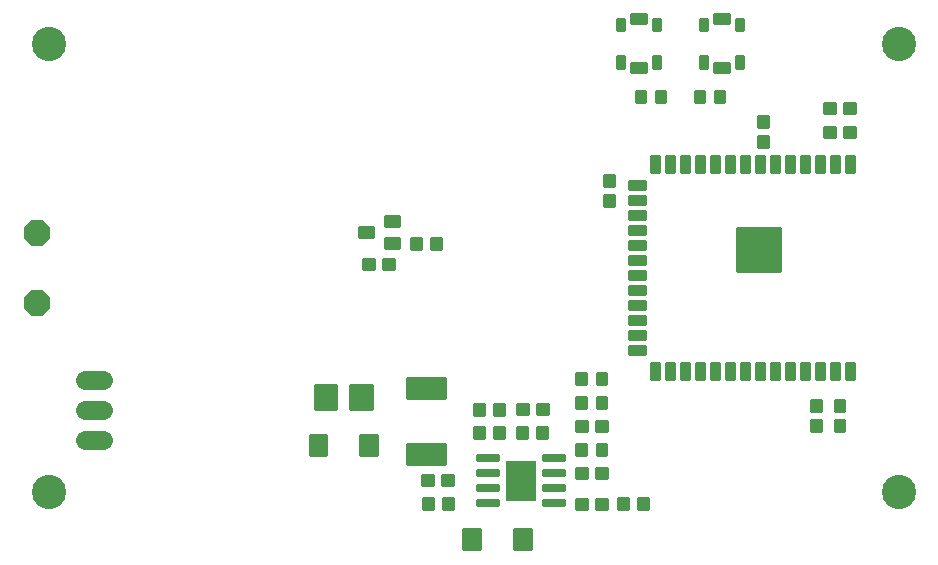
<source format=gbr>
G04 EAGLE Gerber RS-274X export*
G75*
%MOMM*%
%FSLAX34Y34*%
%LPD*%
%INSoldermask Top*%
%IPPOS*%
%AMOC8*
5,1,8,0,0,1.08239X$1,22.5*%
G01*
G04 Define Apertures*
%ADD10C,2.901600*%
%ADD11C,0.350559*%
%ADD12C,0.351144*%
%ADD13C,0.352509*%
%ADD14C,0.357672*%
%ADD15C,0.357544*%
%ADD16C,0.357272*%
%ADD17C,0.350800*%
%ADD18R,2.660000X3.400000*%
%ADD19C,0.357334*%
%ADD20C,0.351288*%
%ADD21P,2.44685X8X112.5*%
%ADD22C,1.625600*%
D10*
X-360000Y190000D03*
X-360000Y-190000D03*
X360000Y190000D03*
X360000Y-190000D03*
D11*
X322155Y81245D02*
X315645Y81245D01*
X315645Y93755D01*
X322155Y93755D01*
X322155Y81245D01*
X322155Y84576D02*
X315645Y84576D01*
X315645Y87907D02*
X322155Y87907D01*
X322155Y91238D02*
X315645Y91238D01*
X309455Y81245D02*
X302945Y81245D01*
X302945Y93755D01*
X309455Y93755D01*
X309455Y81245D01*
X309455Y84576D02*
X302945Y84576D01*
X302945Y87907D02*
X309455Y87907D01*
X309455Y91238D02*
X302945Y91238D01*
X296755Y81245D02*
X290245Y81245D01*
X290245Y93755D01*
X296755Y93755D01*
X296755Y81245D01*
X296755Y84576D02*
X290245Y84576D01*
X290245Y87907D02*
X296755Y87907D01*
X296755Y91238D02*
X290245Y91238D01*
X284055Y81245D02*
X277545Y81245D01*
X277545Y93755D01*
X284055Y93755D01*
X284055Y81245D01*
X284055Y84576D02*
X277545Y84576D01*
X277545Y87907D02*
X284055Y87907D01*
X284055Y91238D02*
X277545Y91238D01*
X271355Y81245D02*
X264845Y81245D01*
X264845Y93755D01*
X271355Y93755D01*
X271355Y81245D01*
X271355Y84576D02*
X264845Y84576D01*
X264845Y87907D02*
X271355Y87907D01*
X271355Y91238D02*
X264845Y91238D01*
X258655Y81245D02*
X252145Y81245D01*
X252145Y93755D01*
X258655Y93755D01*
X258655Y81245D01*
X258655Y84576D02*
X252145Y84576D01*
X252145Y87907D02*
X258655Y87907D01*
X258655Y91238D02*
X252145Y91238D01*
X245955Y81245D02*
X239445Y81245D01*
X239445Y93755D01*
X245955Y93755D01*
X245955Y81245D01*
X245955Y84576D02*
X239445Y84576D01*
X239445Y87907D02*
X245955Y87907D01*
X245955Y91238D02*
X239445Y91238D01*
X233255Y81245D02*
X226745Y81245D01*
X226745Y93755D01*
X233255Y93755D01*
X233255Y81245D01*
X233255Y84576D02*
X226745Y84576D01*
X226745Y87907D02*
X233255Y87907D01*
X233255Y91238D02*
X226745Y91238D01*
X220555Y81245D02*
X214045Y81245D01*
X214045Y93755D01*
X220555Y93755D01*
X220555Y81245D01*
X220555Y84576D02*
X214045Y84576D01*
X214045Y87907D02*
X220555Y87907D01*
X220555Y91238D02*
X214045Y91238D01*
X207855Y81245D02*
X201345Y81245D01*
X201345Y93755D01*
X207855Y93755D01*
X207855Y81245D01*
X207855Y84576D02*
X201345Y84576D01*
X201345Y87907D02*
X207855Y87907D01*
X207855Y91238D02*
X201345Y91238D01*
X195155Y81245D02*
X188645Y81245D01*
X188645Y93755D01*
X195155Y93755D01*
X195155Y81245D01*
X195155Y84576D02*
X188645Y84576D01*
X188645Y87907D02*
X195155Y87907D01*
X195155Y91238D02*
X188645Y91238D01*
X182455Y81245D02*
X175945Y81245D01*
X175945Y93755D01*
X182455Y93755D01*
X182455Y81245D01*
X182455Y84576D02*
X175945Y84576D01*
X175945Y87907D02*
X182455Y87907D01*
X182455Y91238D02*
X175945Y91238D01*
X169755Y81245D02*
X163245Y81245D01*
X163245Y93755D01*
X169755Y93755D01*
X169755Y81245D01*
X169755Y84576D02*
X163245Y84576D01*
X163245Y87907D02*
X169755Y87907D01*
X169755Y91238D02*
X163245Y91238D01*
X157055Y81245D02*
X150545Y81245D01*
X150545Y93755D01*
X157055Y93755D01*
X157055Y81245D01*
X157055Y84576D02*
X150545Y84576D01*
X150545Y87907D02*
X157055Y87907D01*
X157055Y91238D02*
X150545Y91238D01*
X145155Y73105D02*
X145155Y66595D01*
X132645Y66595D01*
X132645Y73105D01*
X145155Y73105D01*
X145155Y69926D02*
X132645Y69926D01*
X145155Y60405D02*
X145155Y53895D01*
X132645Y53895D01*
X132645Y60405D01*
X145155Y60405D01*
X145155Y57226D02*
X132645Y57226D01*
X145155Y47705D02*
X145155Y41195D01*
X132645Y41195D01*
X132645Y47705D01*
X145155Y47705D01*
X145155Y44526D02*
X132645Y44526D01*
X145155Y35005D02*
X145155Y28495D01*
X132645Y28495D01*
X132645Y35005D01*
X145155Y35005D01*
X145155Y31826D02*
X132645Y31826D01*
X145155Y22305D02*
X145155Y15795D01*
X132645Y15795D01*
X132645Y22305D01*
X145155Y22305D01*
X145155Y19126D02*
X132645Y19126D01*
X145155Y9605D02*
X145155Y3095D01*
X132645Y3095D01*
X132645Y9605D01*
X145155Y9605D01*
X145155Y6426D02*
X132645Y6426D01*
X145155Y-3095D02*
X145155Y-9605D01*
X132645Y-9605D01*
X132645Y-3095D01*
X145155Y-3095D01*
X145155Y-6274D02*
X132645Y-6274D01*
X145155Y-15795D02*
X145155Y-22305D01*
X132645Y-22305D01*
X132645Y-15795D01*
X145155Y-15795D01*
X145155Y-18974D02*
X132645Y-18974D01*
X145155Y-28495D02*
X145155Y-35005D01*
X132645Y-35005D01*
X132645Y-28495D01*
X145155Y-28495D01*
X145155Y-31674D02*
X132645Y-31674D01*
X145155Y-41195D02*
X145155Y-47705D01*
X132645Y-47705D01*
X132645Y-41195D01*
X145155Y-41195D01*
X145155Y-44374D02*
X132645Y-44374D01*
X132645Y-53895D02*
X132645Y-60405D01*
X132645Y-53895D02*
X145155Y-53895D01*
X145155Y-60405D01*
X132645Y-60405D01*
X132645Y-57074D02*
X145155Y-57074D01*
X132645Y-66595D02*
X132645Y-73105D01*
X132645Y-66595D02*
X145155Y-66595D01*
X145155Y-73105D01*
X132645Y-73105D01*
X132645Y-69774D02*
X145155Y-69774D01*
X150545Y-93755D02*
X157055Y-93755D01*
X150545Y-93755D02*
X150545Y-81245D01*
X157055Y-81245D01*
X157055Y-93755D01*
X157055Y-90424D02*
X150545Y-90424D01*
X150545Y-87093D02*
X157055Y-87093D01*
X157055Y-83762D02*
X150545Y-83762D01*
X163245Y-93755D02*
X169755Y-93755D01*
X163245Y-93755D02*
X163245Y-81245D01*
X169755Y-81245D01*
X169755Y-93755D01*
X169755Y-90424D02*
X163245Y-90424D01*
X163245Y-87093D02*
X169755Y-87093D01*
X169755Y-83762D02*
X163245Y-83762D01*
X175945Y-93755D02*
X182455Y-93755D01*
X175945Y-93755D02*
X175945Y-81245D01*
X182455Y-81245D01*
X182455Y-93755D01*
X182455Y-90424D02*
X175945Y-90424D01*
X175945Y-87093D02*
X182455Y-87093D01*
X182455Y-83762D02*
X175945Y-83762D01*
X188645Y-93755D02*
X195155Y-93755D01*
X188645Y-93755D02*
X188645Y-81245D01*
X195155Y-81245D01*
X195155Y-93755D01*
X195155Y-90424D02*
X188645Y-90424D01*
X188645Y-87093D02*
X195155Y-87093D01*
X195155Y-83762D02*
X188645Y-83762D01*
X201345Y-93755D02*
X207855Y-93755D01*
X201345Y-93755D02*
X201345Y-81245D01*
X207855Y-81245D01*
X207855Y-93755D01*
X207855Y-90424D02*
X201345Y-90424D01*
X201345Y-87093D02*
X207855Y-87093D01*
X207855Y-83762D02*
X201345Y-83762D01*
X214045Y-93755D02*
X220555Y-93755D01*
X214045Y-93755D02*
X214045Y-81245D01*
X220555Y-81245D01*
X220555Y-93755D01*
X220555Y-90424D02*
X214045Y-90424D01*
X214045Y-87093D02*
X220555Y-87093D01*
X220555Y-83762D02*
X214045Y-83762D01*
X226745Y-93755D02*
X233255Y-93755D01*
X226745Y-93755D02*
X226745Y-81245D01*
X233255Y-81245D01*
X233255Y-93755D01*
X233255Y-90424D02*
X226745Y-90424D01*
X226745Y-87093D02*
X233255Y-87093D01*
X233255Y-83762D02*
X226745Y-83762D01*
X239445Y-93755D02*
X245955Y-93755D01*
X239445Y-93755D02*
X239445Y-81245D01*
X245955Y-81245D01*
X245955Y-93755D01*
X245955Y-90424D02*
X239445Y-90424D01*
X239445Y-87093D02*
X245955Y-87093D01*
X245955Y-83762D02*
X239445Y-83762D01*
X252145Y-93755D02*
X258655Y-93755D01*
X252145Y-93755D02*
X252145Y-81245D01*
X258655Y-81245D01*
X258655Y-93755D01*
X258655Y-90424D02*
X252145Y-90424D01*
X252145Y-87093D02*
X258655Y-87093D01*
X258655Y-83762D02*
X252145Y-83762D01*
X264845Y-93755D02*
X271355Y-93755D01*
X264845Y-93755D02*
X264845Y-81245D01*
X271355Y-81245D01*
X271355Y-93755D01*
X271355Y-90424D02*
X264845Y-90424D01*
X264845Y-87093D02*
X271355Y-87093D01*
X271355Y-83762D02*
X264845Y-83762D01*
X277545Y-93755D02*
X284055Y-93755D01*
X277545Y-93755D02*
X277545Y-81245D01*
X284055Y-81245D01*
X284055Y-93755D01*
X284055Y-90424D02*
X277545Y-90424D01*
X277545Y-87093D02*
X284055Y-87093D01*
X284055Y-83762D02*
X277545Y-83762D01*
X290245Y-93755D02*
X296755Y-93755D01*
X290245Y-93755D02*
X290245Y-81245D01*
X296755Y-81245D01*
X296755Y-93755D01*
X296755Y-90424D02*
X290245Y-90424D01*
X290245Y-87093D02*
X296755Y-87093D01*
X296755Y-83762D02*
X290245Y-83762D01*
D12*
X259453Y-2753D02*
X223947Y-2753D01*
X223947Y32753D01*
X259453Y32753D01*
X259453Y-2753D01*
X259453Y582D02*
X223947Y582D01*
X223947Y3917D02*
X259453Y3917D01*
X259453Y7252D02*
X223947Y7252D01*
X223947Y10587D02*
X259453Y10587D01*
X259453Y13922D02*
X223947Y13922D01*
X223947Y17257D02*
X259453Y17257D01*
X259453Y20592D02*
X223947Y20592D01*
X223947Y23927D02*
X259453Y23927D01*
X259453Y27262D02*
X223947Y27262D01*
X223947Y30597D02*
X259453Y30597D01*
D11*
X302945Y-93755D02*
X309455Y-93755D01*
X302945Y-93755D02*
X302945Y-81245D01*
X309455Y-81245D01*
X309455Y-93755D01*
X309455Y-90424D02*
X302945Y-90424D01*
X302945Y-87093D02*
X309455Y-87093D01*
X309455Y-83762D02*
X302945Y-83762D01*
X315645Y-93755D02*
X322155Y-93755D01*
X315645Y-93755D02*
X315645Y-81245D01*
X322155Y-81245D01*
X322155Y-93755D01*
X322155Y-90424D02*
X315645Y-90424D01*
X315645Y-87093D02*
X322155Y-87093D01*
X322155Y-83762D02*
X315645Y-83762D01*
D13*
X-85254Y26254D02*
X-85254Y33746D01*
X-85254Y26254D02*
X-96746Y26254D01*
X-96746Y33746D01*
X-85254Y33746D01*
X-85254Y29603D02*
X-96746Y29603D01*
X-96746Y32952D02*
X-85254Y32952D01*
X-63254Y35754D02*
X-63254Y43246D01*
X-63254Y35754D02*
X-74746Y35754D01*
X-74746Y43246D01*
X-63254Y43246D01*
X-63254Y39103D02*
X-74746Y39103D01*
X-74746Y42452D02*
X-63254Y42452D01*
X-63254Y24246D02*
X-63254Y16754D01*
X-74746Y16754D01*
X-74746Y24246D01*
X-63254Y24246D01*
X-63254Y20103D02*
X-74746Y20103D01*
X-74746Y23452D02*
X-63254Y23452D01*
X-35246Y24246D02*
X-27754Y24246D01*
X-27754Y15754D01*
X-35246Y15754D01*
X-35246Y24246D01*
X-35246Y19103D02*
X-27754Y19103D01*
X-27754Y22452D02*
X-35246Y22452D01*
X-44754Y24246D02*
X-52246Y24246D01*
X-44754Y24246D02*
X-44754Y15754D01*
X-52246Y15754D01*
X-52246Y24246D01*
X-52246Y19103D02*
X-44754Y19103D01*
X-44754Y22452D02*
X-52246Y22452D01*
D14*
X222830Y201330D02*
X222830Y210270D01*
X227770Y210270D01*
X227770Y201330D01*
X222830Y201330D01*
X222830Y204728D02*
X227770Y204728D01*
X227770Y208126D02*
X222830Y208126D01*
X222830Y178670D02*
X222830Y169730D01*
X222830Y178670D02*
X227770Y178670D01*
X227770Y169730D01*
X222830Y169730D01*
X222830Y173128D02*
X227770Y173128D01*
X227770Y176526D02*
X222830Y176526D01*
X192230Y201330D02*
X192230Y210270D01*
X197170Y210270D01*
X197170Y201330D01*
X192230Y201330D01*
X192230Y204728D02*
X197170Y204728D01*
X197170Y208126D02*
X192230Y208126D01*
X192230Y178670D02*
X192230Y169730D01*
X192230Y178670D02*
X197170Y178670D01*
X197170Y169730D01*
X192230Y169730D01*
X192230Y173128D02*
X197170Y173128D01*
X197170Y176526D02*
X192230Y176526D01*
D15*
X204279Y207329D02*
X215721Y207329D01*
X204279Y207329D02*
X204279Y214271D01*
X215721Y214271D01*
X215721Y207329D01*
X215721Y210725D02*
X204279Y210725D01*
X204279Y214121D02*
X215721Y214121D01*
X215721Y165729D02*
X204279Y165729D01*
X204279Y172671D01*
X215721Y172671D01*
X215721Y165729D01*
X215721Y169125D02*
X204279Y169125D01*
X204279Y172521D02*
X215721Y172521D01*
D14*
X152830Y201330D02*
X152830Y210270D01*
X157770Y210270D01*
X157770Y201330D01*
X152830Y201330D01*
X152830Y204728D02*
X157770Y204728D01*
X157770Y208126D02*
X152830Y208126D01*
X152830Y178670D02*
X152830Y169730D01*
X152830Y178670D02*
X157770Y178670D01*
X157770Y169730D01*
X152830Y169730D01*
X152830Y173128D02*
X157770Y173128D01*
X157770Y176526D02*
X152830Y176526D01*
X122230Y201330D02*
X122230Y210270D01*
X127170Y210270D01*
X127170Y201330D01*
X122230Y201330D01*
X122230Y204728D02*
X127170Y204728D01*
X127170Y208126D02*
X122230Y208126D01*
X122230Y178670D02*
X122230Y169730D01*
X122230Y178670D02*
X127170Y178670D01*
X127170Y169730D01*
X122230Y169730D01*
X122230Y173128D02*
X127170Y173128D01*
X127170Y176526D02*
X122230Y176526D01*
D15*
X134279Y207329D02*
X145721Y207329D01*
X134279Y207329D02*
X134279Y214271D01*
X145721Y214271D01*
X145721Y207329D01*
X145721Y210725D02*
X134279Y210725D01*
X134279Y214121D02*
X145721Y214121D01*
X145721Y165729D02*
X134279Y165729D01*
X134279Y172671D01*
X145721Y172671D01*
X145721Y165729D01*
X145721Y169125D02*
X134279Y169125D01*
X134279Y172521D02*
X145721Y172521D01*
D13*
X145246Y140754D02*
X137754Y140754D01*
X137754Y149246D01*
X145246Y149246D01*
X145246Y140754D01*
X145246Y144103D02*
X137754Y144103D01*
X137754Y147452D02*
X145246Y147452D01*
X154754Y140754D02*
X162246Y140754D01*
X154754Y140754D02*
X154754Y149246D01*
X162246Y149246D01*
X162246Y140754D01*
X162246Y144103D02*
X154754Y144103D01*
X154754Y147452D02*
X162246Y147452D01*
X204754Y149246D02*
X212246Y149246D01*
X212246Y140754D01*
X204754Y140754D01*
X204754Y149246D01*
X204754Y144103D02*
X212246Y144103D01*
X212246Y147452D02*
X204754Y147452D01*
X195246Y149246D02*
X187754Y149246D01*
X195246Y149246D02*
X195246Y140754D01*
X187754Y140754D01*
X187754Y149246D01*
X187754Y144103D02*
X195246Y144103D01*
X195246Y147452D02*
X187754Y147452D01*
X297254Y131254D02*
X305746Y131254D01*
X297254Y131254D02*
X297254Y138746D01*
X305746Y138746D01*
X305746Y131254D01*
X305746Y134603D02*
X297254Y134603D01*
X297254Y137952D02*
X305746Y137952D01*
X314254Y131254D02*
X322746Y131254D01*
X314254Y131254D02*
X314254Y138746D01*
X322746Y138746D01*
X322746Y131254D01*
X322746Y134603D02*
X314254Y134603D01*
X314254Y137952D02*
X322746Y137952D01*
X305746Y111254D02*
X297254Y111254D01*
X297254Y118746D01*
X305746Y118746D01*
X305746Y111254D01*
X305746Y114603D02*
X297254Y114603D01*
X297254Y117952D02*
X305746Y117952D01*
X314254Y111254D02*
X322746Y111254D01*
X314254Y111254D02*
X314254Y118746D01*
X322746Y118746D01*
X322746Y111254D01*
X322746Y114603D02*
X314254Y114603D01*
X314254Y117952D02*
X322746Y117952D01*
X-84254Y-746D02*
X-92746Y-746D01*
X-92746Y6746D01*
X-84254Y6746D01*
X-84254Y-746D01*
X-84254Y2603D02*
X-92746Y2603D01*
X-92746Y5952D02*
X-84254Y5952D01*
X-75746Y-746D02*
X-67254Y-746D01*
X-75746Y-746D02*
X-75746Y6746D01*
X-67254Y6746D01*
X-67254Y-746D01*
X-67254Y2603D02*
X-75746Y2603D01*
X-75746Y5952D02*
X-67254Y5952D01*
X17754Y-115754D02*
X25246Y-115754D01*
X25246Y-124246D01*
X17754Y-124246D01*
X17754Y-115754D01*
X17754Y-120897D02*
X25246Y-120897D01*
X25246Y-117548D02*
X17754Y-117548D01*
X8246Y-115754D02*
X754Y-115754D01*
X8246Y-115754D02*
X8246Y-124246D01*
X754Y-124246D01*
X754Y-115754D01*
X754Y-120897D02*
X8246Y-120897D01*
X8246Y-117548D02*
X754Y-117548D01*
X754Y-144246D02*
X8246Y-144246D01*
X754Y-144246D02*
X754Y-135754D01*
X8246Y-135754D01*
X8246Y-144246D01*
X8246Y-140897D02*
X754Y-140897D01*
X754Y-137548D02*
X8246Y-137548D01*
X17754Y-144246D02*
X25246Y-144246D01*
X17754Y-144246D02*
X17754Y-135754D01*
X25246Y-135754D01*
X25246Y-144246D01*
X25246Y-140897D02*
X17754Y-140897D01*
X17754Y-137548D02*
X25246Y-137548D01*
D16*
X-86278Y-100278D02*
X-103722Y-100278D01*
X-86278Y-100278D02*
X-86278Y-119722D01*
X-103722Y-119722D01*
X-103722Y-100278D01*
X-103722Y-116328D02*
X-86278Y-116328D01*
X-86278Y-112934D02*
X-103722Y-112934D01*
X-103722Y-109540D02*
X-86278Y-109540D01*
X-86278Y-106146D02*
X-103722Y-106146D01*
X-103722Y-102752D02*
X-86278Y-102752D01*
X-116278Y-100278D02*
X-133722Y-100278D01*
X-116278Y-100278D02*
X-116278Y-119722D01*
X-133722Y-119722D01*
X-133722Y-100278D01*
X-133722Y-116328D02*
X-116278Y-116328D01*
X-116278Y-112934D02*
X-133722Y-112934D01*
X-133722Y-109540D02*
X-116278Y-109540D01*
X-116278Y-106146D02*
X-133722Y-106146D01*
X-133722Y-102752D02*
X-116278Y-102752D01*
D17*
X3246Y-171896D02*
X3246Y-175404D01*
X3246Y-171896D02*
X20754Y-171896D01*
X20754Y-175404D01*
X3246Y-175404D01*
X3246Y-172071D02*
X20754Y-172071D01*
X59246Y-171896D02*
X59246Y-175404D01*
X59246Y-171896D02*
X76754Y-171896D01*
X76754Y-175404D01*
X59246Y-175404D01*
X59246Y-172071D02*
X76754Y-172071D01*
X3246Y-162704D02*
X3246Y-159196D01*
X20754Y-159196D01*
X20754Y-162704D01*
X3246Y-162704D01*
X3246Y-159371D02*
X20754Y-159371D01*
X3246Y-184596D02*
X3246Y-188104D01*
X3246Y-184596D02*
X20754Y-184596D01*
X20754Y-188104D01*
X3246Y-188104D01*
X3246Y-184771D02*
X20754Y-184771D01*
X3246Y-197296D02*
X3246Y-200804D01*
X3246Y-197296D02*
X20754Y-197296D01*
X20754Y-200804D01*
X3246Y-200804D01*
X3246Y-197471D02*
X20754Y-197471D01*
X59246Y-162704D02*
X59246Y-159196D01*
X76754Y-159196D01*
X76754Y-162704D01*
X59246Y-162704D01*
X59246Y-159371D02*
X76754Y-159371D01*
X59246Y-184596D02*
X59246Y-188104D01*
X59246Y-184596D02*
X76754Y-184596D01*
X76754Y-188104D01*
X59246Y-188104D01*
X59246Y-184771D02*
X76754Y-184771D01*
X59246Y-197296D02*
X59246Y-200804D01*
X59246Y-197296D02*
X76754Y-197296D01*
X76754Y-200804D01*
X59246Y-200804D01*
X59246Y-197471D02*
X76754Y-197471D01*
D18*
X40000Y-180000D03*
D13*
X-17254Y-176254D02*
X-25746Y-176254D01*
X-17254Y-176254D02*
X-17254Y-183746D01*
X-25746Y-183746D01*
X-25746Y-176254D01*
X-25746Y-180397D02*
X-17254Y-180397D01*
X-17254Y-177048D02*
X-25746Y-177048D01*
X-34254Y-176254D02*
X-42746Y-176254D01*
X-34254Y-176254D02*
X-34254Y-183746D01*
X-42746Y-183746D01*
X-42746Y-176254D01*
X-42746Y-180397D02*
X-34254Y-180397D01*
X-34254Y-177048D02*
X-42746Y-177048D01*
X-42246Y-204246D02*
X-34754Y-204246D01*
X-42246Y-204246D02*
X-42246Y-195754D01*
X-34754Y-195754D01*
X-34754Y-204246D01*
X-34754Y-200897D02*
X-42246Y-200897D01*
X-42246Y-197548D02*
X-34754Y-197548D01*
X-25246Y-204246D02*
X-17754Y-204246D01*
X-25246Y-204246D02*
X-25246Y-195754D01*
X-17754Y-195754D01*
X-17754Y-204246D01*
X-17754Y-200897D02*
X-25246Y-200897D01*
X-25246Y-197548D02*
X-17754Y-197548D01*
X87254Y-177746D02*
X95746Y-177746D01*
X87254Y-177746D02*
X87254Y-170254D01*
X95746Y-170254D01*
X95746Y-177746D01*
X95746Y-174397D02*
X87254Y-174397D01*
X87254Y-171048D02*
X95746Y-171048D01*
X104254Y-177746D02*
X112746Y-177746D01*
X104254Y-177746D02*
X104254Y-170254D01*
X112746Y-170254D01*
X112746Y-177746D01*
X112746Y-174397D02*
X104254Y-174397D01*
X104254Y-171048D02*
X112746Y-171048D01*
X139754Y-195754D02*
X147246Y-195754D01*
X147246Y-204246D01*
X139754Y-204246D01*
X139754Y-195754D01*
X139754Y-200897D02*
X147246Y-200897D01*
X147246Y-197548D02*
X139754Y-197548D01*
X130246Y-195754D02*
X122754Y-195754D01*
X130246Y-195754D02*
X130246Y-204246D01*
X122754Y-204246D01*
X122754Y-195754D01*
X122754Y-200897D02*
X130246Y-200897D01*
X130246Y-197548D02*
X122754Y-197548D01*
X95746Y-203746D02*
X87254Y-203746D01*
X87254Y-196254D01*
X95746Y-196254D01*
X95746Y-203746D01*
X95746Y-200397D02*
X87254Y-200397D01*
X87254Y-197048D02*
X95746Y-197048D01*
X104254Y-203746D02*
X112746Y-203746D01*
X104254Y-203746D02*
X104254Y-196254D01*
X112746Y-196254D01*
X112746Y-203746D01*
X112746Y-200397D02*
X104254Y-200397D01*
X104254Y-197048D02*
X112746Y-197048D01*
D19*
X-124778Y-158222D02*
X-138222Y-158222D01*
X-138222Y-141778D01*
X-124778Y-141778D01*
X-124778Y-158222D01*
X-124778Y-154828D02*
X-138222Y-154828D01*
X-138222Y-151434D02*
X-124778Y-151434D01*
X-124778Y-148040D02*
X-138222Y-148040D01*
X-138222Y-144646D02*
X-124778Y-144646D01*
X-95222Y-158222D02*
X-81778Y-158222D01*
X-95222Y-158222D02*
X-95222Y-141778D01*
X-81778Y-141778D01*
X-81778Y-158222D01*
X-81778Y-154828D02*
X-95222Y-154828D01*
X-95222Y-151434D02*
X-81778Y-151434D01*
X-81778Y-148040D02*
X-95222Y-148040D01*
X-95222Y-144646D02*
X-81778Y-144646D01*
D13*
X54754Y-135754D02*
X62246Y-135754D01*
X62246Y-144246D01*
X54754Y-144246D01*
X54754Y-135754D01*
X54754Y-140897D02*
X62246Y-140897D01*
X62246Y-137548D02*
X54754Y-137548D01*
X45246Y-135754D02*
X37754Y-135754D01*
X45246Y-135754D02*
X45246Y-144246D01*
X37754Y-144246D01*
X37754Y-135754D01*
X37754Y-140897D02*
X45246Y-140897D01*
X45246Y-137548D02*
X37754Y-137548D01*
X104754Y-149754D02*
X112246Y-149754D01*
X112246Y-158246D01*
X104754Y-158246D01*
X104754Y-149754D01*
X104754Y-154897D02*
X112246Y-154897D01*
X112246Y-151548D02*
X104754Y-151548D01*
X95246Y-149754D02*
X87754Y-149754D01*
X95246Y-149754D02*
X95246Y-158246D01*
X87754Y-158246D01*
X87754Y-149754D01*
X87754Y-154897D02*
X95246Y-154897D01*
X95246Y-151548D02*
X87754Y-151548D01*
X45746Y-123746D02*
X37254Y-123746D01*
X37254Y-116254D01*
X45746Y-116254D01*
X45746Y-123746D01*
X45746Y-120397D02*
X37254Y-120397D01*
X37254Y-117048D02*
X45746Y-117048D01*
X54254Y-123746D02*
X62746Y-123746D01*
X54254Y-123746D02*
X54254Y-116254D01*
X62746Y-116254D01*
X62746Y-123746D01*
X62746Y-120397D02*
X54254Y-120397D01*
X54254Y-117048D02*
X62746Y-117048D01*
D20*
X-24248Y-149748D02*
X-24248Y-165752D01*
X-55752Y-165752D01*
X-55752Y-149748D01*
X-24248Y-149748D01*
X-24248Y-162415D02*
X-55752Y-162415D01*
X-55752Y-159078D02*
X-24248Y-159078D01*
X-24248Y-155741D02*
X-55752Y-155741D01*
X-55752Y-152404D02*
X-24248Y-152404D01*
X-24248Y-110252D02*
X-24248Y-94248D01*
X-24248Y-110252D02*
X-55752Y-110252D01*
X-55752Y-94248D01*
X-24248Y-94248D01*
X-24248Y-106915D02*
X-55752Y-106915D01*
X-55752Y-103578D02*
X-24248Y-103578D01*
X-24248Y-100241D02*
X-55752Y-100241D01*
X-55752Y-96904D02*
X-24248Y-96904D01*
D13*
X306254Y-112254D02*
X306254Y-120746D01*
X306254Y-112254D02*
X313746Y-112254D01*
X313746Y-120746D01*
X306254Y-120746D01*
X306254Y-117397D02*
X313746Y-117397D01*
X313746Y-114048D02*
X306254Y-114048D01*
X306254Y-129254D02*
X306254Y-137746D01*
X306254Y-129254D02*
X313746Y-129254D01*
X313746Y-137746D01*
X306254Y-137746D01*
X306254Y-134397D02*
X313746Y-134397D01*
X313746Y-131048D02*
X306254Y-131048D01*
X286254Y-120746D02*
X286254Y-112254D01*
X293746Y-112254D01*
X293746Y-120746D01*
X286254Y-120746D01*
X286254Y-117397D02*
X293746Y-117397D01*
X293746Y-114048D02*
X286254Y-114048D01*
X286254Y-129254D02*
X286254Y-137746D01*
X286254Y-129254D02*
X293746Y-129254D01*
X293746Y-137746D01*
X286254Y-137746D01*
X286254Y-134397D02*
X293746Y-134397D01*
X293746Y-131048D02*
X286254Y-131048D01*
X111254Y69254D02*
X111254Y77746D01*
X118746Y77746D01*
X118746Y69254D01*
X111254Y69254D01*
X111254Y72603D02*
X118746Y72603D01*
X118746Y75952D02*
X111254Y75952D01*
X111254Y60746D02*
X111254Y52254D01*
X111254Y60746D02*
X118746Y60746D01*
X118746Y52254D01*
X111254Y52254D01*
X111254Y55603D02*
X118746Y55603D01*
X118746Y58952D02*
X111254Y58952D01*
X248746Y102254D02*
X248746Y110746D01*
X248746Y102254D02*
X241254Y102254D01*
X241254Y110746D01*
X248746Y110746D01*
X248746Y105603D02*
X241254Y105603D01*
X241254Y108952D02*
X248746Y108952D01*
X248746Y119254D02*
X248746Y127746D01*
X248746Y119254D02*
X241254Y119254D01*
X241254Y127746D01*
X248746Y127746D01*
X248746Y122603D02*
X241254Y122603D01*
X241254Y125952D02*
X248746Y125952D01*
D21*
X-370000Y-30000D03*
X-370000Y30000D03*
D19*
X-8222Y-238222D02*
X5222Y-238222D01*
X-8222Y-238222D02*
X-8222Y-221778D01*
X5222Y-221778D01*
X5222Y-238222D01*
X5222Y-234828D02*
X-8222Y-234828D01*
X-8222Y-231434D02*
X5222Y-231434D01*
X5222Y-228040D02*
X-8222Y-228040D01*
X-8222Y-224646D02*
X5222Y-224646D01*
X34778Y-238222D02*
X48222Y-238222D01*
X34778Y-238222D02*
X34778Y-221778D01*
X48222Y-221778D01*
X48222Y-238222D01*
X48222Y-234828D02*
X34778Y-234828D01*
X34778Y-231434D02*
X48222Y-231434D01*
X48222Y-228040D02*
X34778Y-228040D01*
X34778Y-224646D02*
X48222Y-224646D01*
D22*
X-314280Y-94600D02*
X-329520Y-94600D01*
X-329520Y-120000D02*
X-314280Y-120000D01*
X-314280Y-145400D02*
X-329520Y-145400D01*
D13*
X104754Y-89754D02*
X112246Y-89754D01*
X112246Y-98246D01*
X104754Y-98246D01*
X104754Y-89754D01*
X104754Y-94897D02*
X112246Y-94897D01*
X112246Y-91548D02*
X104754Y-91548D01*
X95246Y-89754D02*
X87754Y-89754D01*
X95246Y-89754D02*
X95246Y-98246D01*
X87754Y-98246D01*
X87754Y-89754D01*
X87754Y-94897D02*
X95246Y-94897D01*
X95246Y-91548D02*
X87754Y-91548D01*
X87754Y-118246D02*
X95246Y-118246D01*
X87754Y-118246D02*
X87754Y-109754D01*
X95246Y-109754D01*
X95246Y-118246D01*
X95246Y-114897D02*
X87754Y-114897D01*
X87754Y-111548D02*
X95246Y-111548D01*
X104754Y-118246D02*
X112246Y-118246D01*
X104754Y-118246D02*
X104754Y-109754D01*
X112246Y-109754D01*
X112246Y-118246D01*
X112246Y-114897D02*
X104754Y-114897D01*
X104754Y-111548D02*
X112246Y-111548D01*
X112746Y-130254D02*
X104254Y-130254D01*
X112746Y-130254D02*
X112746Y-137746D01*
X104254Y-137746D01*
X104254Y-130254D01*
X104254Y-134397D02*
X112746Y-134397D01*
X112746Y-131048D02*
X104254Y-131048D01*
X95746Y-130254D02*
X87254Y-130254D01*
X95746Y-130254D02*
X95746Y-137746D01*
X87254Y-137746D01*
X87254Y-130254D01*
X87254Y-134397D02*
X95746Y-134397D01*
X95746Y-131048D02*
X87254Y-131048D01*
M02*

</source>
